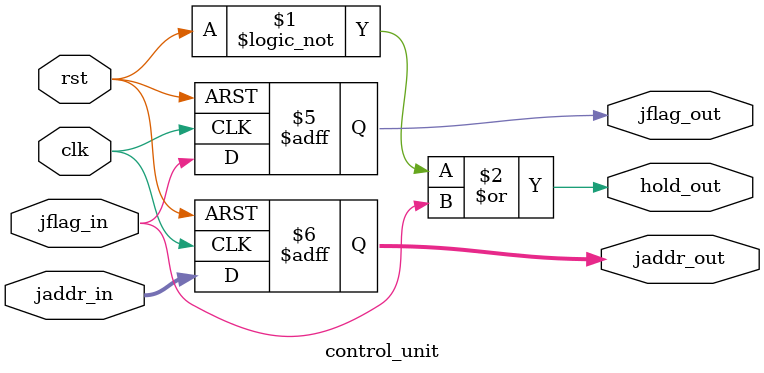
<source format=v>
`timescale 1ns / 1ps


module control_unit(
    input wire clk,
    input wire rst,

    input  wire       jflag_in,
    input  wire[31:0] jaddr_in,

    output wire       hold_out,
    output reg        jflag_out,
    output reg[31:0]  jaddr_out
    );
//jump
assign hold_out = !rst | jflag_in;

always @(negedge clk or negedge rst) begin
    if(!rst) begin
        jflag_out <= 0;
        jaddr_out <= 0;
    end else begin
        jflag_out <= jflag_in;
        jaddr_out <= jaddr_in;
    end
end

endmodule

</source>
